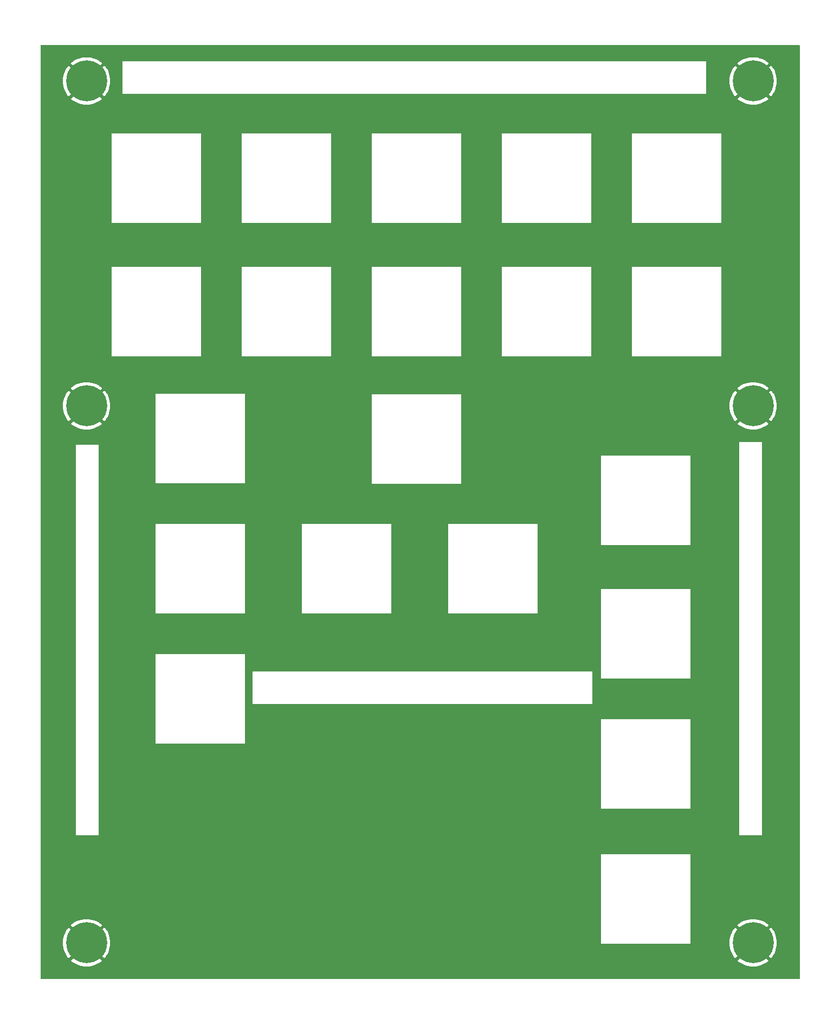
<source format=gbr>
%TF.GenerationSoftware,KiCad,Pcbnew,(7.0.0)*%
%TF.CreationDate,2023-06-10T10:58:39-03:00*%
%TF.ProjectId,panel,70616e65-6c2e-46b6-9963-61645f706362,rev?*%
%TF.SameCoordinates,Original*%
%TF.FileFunction,Copper,L1,Top*%
%TF.FilePolarity,Positive*%
%FSLAX46Y46*%
G04 Gerber Fmt 4.6, Leading zero omitted, Abs format (unit mm)*
G04 Created by KiCad (PCBNEW (7.0.0)) date 2023-06-10 10:58:39*
%MOMM*%
%LPD*%
G01*
G04 APERTURE LIST*
%TA.AperFunction,ComponentPad*%
%ADD10C,6.400000*%
%TD*%
G04 APERTURE END LIST*
D10*
%TO.P,J4,1,Pin_1*%
%TO.N,GNDREF*%
X45542200Y-165404800D03*
%TD*%
%TO.P,J3,1,Pin_1*%
%TO.N,GNDREF*%
X149682200Y-165404800D03*
%TD*%
%TO.P,J5,1,Pin_1*%
%TO.N,GNDREF*%
X45542200Y-81584800D03*
%TD*%
%TO.P,J1,1,Pin_1*%
%TO.N,GNDREF*%
X149682200Y-30865744D03*
%TD*%
%TO.P,J6,1,Pin_1*%
%TO.N,GNDREF*%
X45542200Y-30865744D03*
%TD*%
%TO.P,J2,1,Pin_1*%
%TO.N,GNDREF*%
X149682200Y-81584800D03*
%TD*%
%TA.AperFunction,Conductor*%
%TO.N,GNDREF*%
G36*
X156904756Y-25244057D02*
G01*
X156950143Y-25289444D01*
X156966756Y-25351444D01*
X156966756Y-170945000D01*
X156950143Y-171007000D01*
X156904756Y-171052387D01*
X156842756Y-171069000D01*
X38478022Y-171069000D01*
X38416016Y-171052384D01*
X38370628Y-171006988D01*
X38354022Y-170944978D01*
X38354501Y-168193406D01*
X43112505Y-168193406D01*
X43120391Y-168204669D01*
X43361884Y-168400225D01*
X43367138Y-168404042D01*
X43686933Y-168611720D01*
X43692554Y-168614966D01*
X44032316Y-168788083D01*
X44038240Y-168790720D01*
X44394244Y-168927378D01*
X44400397Y-168929377D01*
X44768737Y-169028073D01*
X44775079Y-169029421D01*
X45151708Y-169089073D01*
X45158151Y-169089750D01*
X45538956Y-169109708D01*
X45545444Y-169109708D01*
X45926248Y-169089750D01*
X45932691Y-169089073D01*
X46309320Y-169029421D01*
X46315662Y-169028073D01*
X46684002Y-168929377D01*
X46690155Y-168927378D01*
X47046159Y-168790720D01*
X47052083Y-168788083D01*
X47391845Y-168614966D01*
X47397466Y-168611720D01*
X47717261Y-168404042D01*
X47722515Y-168400225D01*
X47964006Y-168204670D01*
X47971893Y-168193406D01*
X147252505Y-168193406D01*
X147260391Y-168204669D01*
X147501884Y-168400225D01*
X147507138Y-168404042D01*
X147826933Y-168611720D01*
X147832554Y-168614966D01*
X148172316Y-168788083D01*
X148178240Y-168790720D01*
X148534244Y-168927378D01*
X148540397Y-168929377D01*
X148908737Y-169028073D01*
X148915079Y-169029421D01*
X149291708Y-169089073D01*
X149298151Y-169089750D01*
X149678956Y-169109708D01*
X149685444Y-169109708D01*
X150066248Y-169089750D01*
X150072691Y-169089073D01*
X150449320Y-169029421D01*
X150455662Y-169028073D01*
X150824002Y-168929377D01*
X150830155Y-168927378D01*
X151186159Y-168790720D01*
X151192083Y-168788083D01*
X151531845Y-168614966D01*
X151537466Y-168611720D01*
X151857261Y-168404042D01*
X151862515Y-168400225D01*
X152104006Y-168204670D01*
X152111893Y-168193406D01*
X152105227Y-168181380D01*
X149693742Y-165769895D01*
X149682200Y-165763231D01*
X149670657Y-165769895D01*
X147259171Y-168181380D01*
X147252505Y-168193406D01*
X47971893Y-168193406D01*
X47965227Y-168181380D01*
X45553742Y-165769895D01*
X45542200Y-165763231D01*
X45530657Y-165769895D01*
X43119171Y-168181380D01*
X43112505Y-168193406D01*
X38354501Y-168193406D01*
X38354986Y-165408044D01*
X41837292Y-165408044D01*
X41857249Y-165788848D01*
X41857926Y-165795291D01*
X41917578Y-166171920D01*
X41918926Y-166178262D01*
X42017622Y-166546602D01*
X42019621Y-166552755D01*
X42156279Y-166908759D01*
X42158916Y-166914683D01*
X42332033Y-167254445D01*
X42335279Y-167260066D01*
X42542957Y-167579861D01*
X42546774Y-167585115D01*
X42742329Y-167826607D01*
X42753592Y-167834493D01*
X42765618Y-167827827D01*
X45177104Y-165416342D01*
X45183768Y-165404800D01*
X45900631Y-165404800D01*
X45907295Y-165416342D01*
X48318780Y-167827827D01*
X48330806Y-167834493D01*
X48342070Y-167826606D01*
X48537625Y-167585115D01*
X48541442Y-167579861D01*
X48749120Y-167260066D01*
X48752366Y-167254445D01*
X48925483Y-166914683D01*
X48928120Y-166908759D01*
X49064778Y-166552755D01*
X49066777Y-166546602D01*
X49165473Y-166178262D01*
X49166821Y-166171920D01*
X49226473Y-165795291D01*
X49227150Y-165788848D01*
X49240622Y-165531800D01*
X125932659Y-165531800D01*
X125932700Y-165531899D01*
X125932817Y-165532183D01*
X125933200Y-165532341D01*
X125933299Y-165532300D01*
X139903101Y-165532300D01*
X139903200Y-165532341D01*
X139903583Y-165532183D01*
X139903700Y-165531899D01*
X139903741Y-165531800D01*
X139903700Y-165531701D01*
X139903700Y-165408044D01*
X145977292Y-165408044D01*
X145997249Y-165788848D01*
X145997926Y-165795291D01*
X146057578Y-166171920D01*
X146058926Y-166178262D01*
X146157622Y-166546602D01*
X146159621Y-166552755D01*
X146296279Y-166908759D01*
X146298916Y-166914683D01*
X146472033Y-167254445D01*
X146475279Y-167260066D01*
X146682957Y-167579861D01*
X146686774Y-167585115D01*
X146882329Y-167826607D01*
X146893592Y-167834493D01*
X146905618Y-167827827D01*
X149317104Y-165416342D01*
X149323768Y-165404800D01*
X150040631Y-165404800D01*
X150047295Y-165416342D01*
X152458780Y-167827827D01*
X152470806Y-167834493D01*
X152482070Y-167826606D01*
X152677625Y-167585115D01*
X152681442Y-167579861D01*
X152889120Y-167260066D01*
X152892366Y-167254445D01*
X153065483Y-166914683D01*
X153068120Y-166908759D01*
X153204778Y-166552755D01*
X153206777Y-166546602D01*
X153305473Y-166178262D01*
X153306821Y-166171920D01*
X153366473Y-165795291D01*
X153367150Y-165788848D01*
X153387108Y-165408044D01*
X153387108Y-165401556D01*
X153367150Y-165020751D01*
X153366473Y-165014308D01*
X153306821Y-164637679D01*
X153305473Y-164631337D01*
X153206777Y-164262997D01*
X153204778Y-164256844D01*
X153068120Y-163900840D01*
X153065483Y-163894916D01*
X152892366Y-163555154D01*
X152889120Y-163549533D01*
X152681442Y-163229738D01*
X152677625Y-163224484D01*
X152482069Y-162982991D01*
X152470806Y-162975105D01*
X152458780Y-162981771D01*
X150047295Y-165393257D01*
X150040631Y-165404800D01*
X149323768Y-165404800D01*
X149317104Y-165393257D01*
X146905618Y-162981771D01*
X146893593Y-162975105D01*
X146882327Y-162982994D01*
X146686778Y-163224478D01*
X146682956Y-163229739D01*
X146475279Y-163549533D01*
X146472033Y-163555154D01*
X146298916Y-163894916D01*
X146296279Y-163900840D01*
X146159621Y-164256844D01*
X146157622Y-164262997D01*
X146058926Y-164631337D01*
X146057578Y-164637679D01*
X145997926Y-165014308D01*
X145997249Y-165020751D01*
X145977292Y-165401556D01*
X145977292Y-165408044D01*
X139903700Y-165408044D01*
X139903700Y-162616193D01*
X147252505Y-162616193D01*
X147259171Y-162628218D01*
X149670657Y-165039704D01*
X149682200Y-165046368D01*
X149693742Y-165039704D01*
X152105227Y-162628218D01*
X152111893Y-162616192D01*
X152104007Y-162604929D01*
X151862515Y-162409374D01*
X151857261Y-162405557D01*
X151537466Y-162197879D01*
X151531845Y-162194633D01*
X151192083Y-162021516D01*
X151186159Y-162018879D01*
X150830155Y-161882221D01*
X150824002Y-161880222D01*
X150455662Y-161781526D01*
X150449320Y-161780178D01*
X150072691Y-161720526D01*
X150066248Y-161719849D01*
X149685444Y-161699892D01*
X149678956Y-161699892D01*
X149298151Y-161719849D01*
X149291708Y-161720526D01*
X148915079Y-161780178D01*
X148908737Y-161781526D01*
X148540397Y-161880222D01*
X148534244Y-161882221D01*
X148178240Y-162018879D01*
X148172316Y-162021516D01*
X147832554Y-162194633D01*
X147826933Y-162197879D01*
X147507139Y-162405556D01*
X147501878Y-162409378D01*
X147260394Y-162604927D01*
X147252505Y-162616193D01*
X139903700Y-162616193D01*
X139903700Y-151561899D01*
X139903741Y-151561800D01*
X139903583Y-151561417D01*
X139903299Y-151561300D01*
X139903200Y-151561259D01*
X139903101Y-151561300D01*
X125933299Y-151561300D01*
X125933200Y-151561259D01*
X125933101Y-151561300D01*
X125932817Y-151561417D01*
X125932659Y-151561800D01*
X125932700Y-151561899D01*
X125932700Y-165531701D01*
X125932659Y-165531800D01*
X49240622Y-165531800D01*
X49247108Y-165408044D01*
X49247108Y-165401556D01*
X49227150Y-165020751D01*
X49226473Y-165014308D01*
X49166821Y-164637679D01*
X49165473Y-164631337D01*
X49066777Y-164262997D01*
X49064778Y-164256844D01*
X48928120Y-163900840D01*
X48925483Y-163894916D01*
X48752366Y-163555154D01*
X48749120Y-163549533D01*
X48541442Y-163229738D01*
X48537625Y-163224484D01*
X48342069Y-162982991D01*
X48330806Y-162975105D01*
X48318780Y-162981771D01*
X45907295Y-165393257D01*
X45900631Y-165404800D01*
X45183768Y-165404800D01*
X45177104Y-165393257D01*
X42765618Y-162981771D01*
X42753593Y-162975105D01*
X42742327Y-162982994D01*
X42546778Y-163224478D01*
X42542956Y-163229739D01*
X42335279Y-163549533D01*
X42332033Y-163555154D01*
X42158916Y-163894916D01*
X42156279Y-163900840D01*
X42019621Y-164256844D01*
X42017622Y-164262997D01*
X41918926Y-164631337D01*
X41917578Y-164637679D01*
X41857926Y-165014308D01*
X41857249Y-165020751D01*
X41837292Y-165401556D01*
X41837292Y-165408044D01*
X38354986Y-165408044D01*
X38355472Y-162616193D01*
X43112505Y-162616193D01*
X43119171Y-162628218D01*
X45530657Y-165039704D01*
X45542200Y-165046368D01*
X45553742Y-165039704D01*
X47965227Y-162628218D01*
X47971893Y-162616192D01*
X47964007Y-162604929D01*
X47722515Y-162409374D01*
X47717261Y-162405557D01*
X47397466Y-162197879D01*
X47391845Y-162194633D01*
X47052083Y-162021516D01*
X47046159Y-162018879D01*
X46690155Y-161882221D01*
X46684002Y-161880222D01*
X46315662Y-161781526D01*
X46309320Y-161780178D01*
X45932691Y-161720526D01*
X45926248Y-161719849D01*
X45545444Y-161699892D01*
X45538956Y-161699892D01*
X45158151Y-161719849D01*
X45151708Y-161720526D01*
X44775079Y-161780178D01*
X44768737Y-161781526D01*
X44400397Y-161880222D01*
X44394244Y-161882221D01*
X44038240Y-162018879D01*
X44032316Y-162021516D01*
X43692554Y-162194633D01*
X43686933Y-162197879D01*
X43367139Y-162405556D01*
X43361878Y-162409378D01*
X43120394Y-162604927D01*
X43112505Y-162616193D01*
X38355472Y-162616193D01*
X38368522Y-87680800D01*
X43891200Y-87680800D01*
X43891200Y-148640800D01*
X47430874Y-148640800D01*
X47447200Y-148640800D01*
X47447200Y-144449800D01*
X125932659Y-144449800D01*
X125932700Y-144449899D01*
X125932817Y-144450183D01*
X125933200Y-144450341D01*
X125933299Y-144450300D01*
X139903101Y-144450300D01*
X139903200Y-144450341D01*
X139903583Y-144450183D01*
X139903700Y-144449899D01*
X139903741Y-144449800D01*
X139903700Y-144449701D01*
X139903700Y-130479899D01*
X139903741Y-130479800D01*
X139903583Y-130479417D01*
X139903299Y-130479300D01*
X139903200Y-130479259D01*
X139903101Y-130479300D01*
X125933299Y-130479300D01*
X125933200Y-130479259D01*
X125933101Y-130479300D01*
X125932817Y-130479417D01*
X125932659Y-130479800D01*
X125932700Y-130479899D01*
X125932700Y-144449701D01*
X125932659Y-144449800D01*
X47447200Y-144449800D01*
X47447200Y-134289800D01*
X56336659Y-134289800D01*
X56336700Y-134289899D01*
X56336817Y-134290183D01*
X56337200Y-134290341D01*
X56337299Y-134290300D01*
X70307101Y-134290300D01*
X70307200Y-134290341D01*
X70307583Y-134290183D01*
X70307700Y-134289899D01*
X70307741Y-134289800D01*
X70307700Y-134289701D01*
X70307700Y-123063000D01*
X71450200Y-123063000D01*
X71450200Y-128143000D01*
X124519874Y-128143000D01*
X124536200Y-128143000D01*
X124536200Y-124129800D01*
X125932659Y-124129800D01*
X125932700Y-124129899D01*
X125932817Y-124130183D01*
X125933200Y-124130341D01*
X125933299Y-124130300D01*
X139903101Y-124130300D01*
X139903200Y-124130341D01*
X139903583Y-124130183D01*
X139903700Y-124129899D01*
X139903741Y-124129800D01*
X139903700Y-124129701D01*
X139903700Y-110159899D01*
X139903741Y-110159800D01*
X139903583Y-110159417D01*
X139903299Y-110159300D01*
X139903200Y-110159259D01*
X139903101Y-110159300D01*
X125933299Y-110159300D01*
X125933200Y-110159259D01*
X125933101Y-110159300D01*
X125932817Y-110159417D01*
X125932659Y-110159800D01*
X125932700Y-110159899D01*
X125932700Y-124129701D01*
X125932659Y-124129800D01*
X124536200Y-124129800D01*
X124536200Y-123063000D01*
X71450200Y-123063000D01*
X70307700Y-123063000D01*
X70307700Y-120319899D01*
X70307741Y-120319800D01*
X70307583Y-120319417D01*
X70307299Y-120319300D01*
X70307200Y-120319259D01*
X70307101Y-120319300D01*
X56337299Y-120319300D01*
X56337200Y-120319259D01*
X56337101Y-120319300D01*
X56336817Y-120319417D01*
X56336659Y-120319800D01*
X56336700Y-120319899D01*
X56336700Y-134289701D01*
X56336659Y-134289800D01*
X47447200Y-134289800D01*
X47447200Y-113969800D01*
X56336659Y-113969800D01*
X56336700Y-113969899D01*
X56336817Y-113970183D01*
X56337200Y-113970341D01*
X56337299Y-113970300D01*
X70307101Y-113970300D01*
X70307200Y-113970341D01*
X70307583Y-113970183D01*
X70307700Y-113969899D01*
X70307741Y-113969800D01*
X79196659Y-113969800D01*
X79196700Y-113969899D01*
X79196817Y-113970183D01*
X79197200Y-113970341D01*
X79197299Y-113970300D01*
X93167101Y-113970300D01*
X93167200Y-113970341D01*
X93167583Y-113970183D01*
X93167700Y-113969899D01*
X93167741Y-113969800D01*
X102056659Y-113969800D01*
X102056700Y-113969899D01*
X102056817Y-113970183D01*
X102057200Y-113970341D01*
X102057299Y-113970300D01*
X116027101Y-113970300D01*
X116027200Y-113970341D01*
X116027583Y-113970183D01*
X116027700Y-113969899D01*
X116027741Y-113969800D01*
X116027700Y-113969701D01*
X116027700Y-103301800D01*
X125932659Y-103301800D01*
X125932700Y-103301899D01*
X125932817Y-103302183D01*
X125933200Y-103302341D01*
X125933299Y-103302300D01*
X139903101Y-103302300D01*
X139903200Y-103302341D01*
X139903583Y-103302183D01*
X139903700Y-103301899D01*
X139903741Y-103301800D01*
X139903700Y-103301701D01*
X139903700Y-89331899D01*
X139903741Y-89331800D01*
X139903583Y-89331417D01*
X139903299Y-89331300D01*
X139903200Y-89331259D01*
X139903101Y-89331300D01*
X125933299Y-89331300D01*
X125933200Y-89331259D01*
X125933101Y-89331300D01*
X125932817Y-89331417D01*
X125932659Y-89331800D01*
X125932700Y-89331899D01*
X125932700Y-103301701D01*
X125932659Y-103301800D01*
X116027700Y-103301800D01*
X116027700Y-99999899D01*
X116027741Y-99999800D01*
X116027583Y-99999417D01*
X116027299Y-99999300D01*
X116027200Y-99999259D01*
X116027101Y-99999300D01*
X102057299Y-99999300D01*
X102057200Y-99999259D01*
X102057101Y-99999300D01*
X102056817Y-99999417D01*
X102056659Y-99999800D01*
X102056700Y-99999899D01*
X102056700Y-113969701D01*
X102056659Y-113969800D01*
X93167741Y-113969800D01*
X93167700Y-113969701D01*
X93167700Y-99999899D01*
X93167741Y-99999800D01*
X93167583Y-99999417D01*
X93167299Y-99999300D01*
X93167200Y-99999259D01*
X93167101Y-99999300D01*
X79197299Y-99999300D01*
X79197200Y-99999259D01*
X79197101Y-99999300D01*
X79196817Y-99999417D01*
X79196659Y-99999800D01*
X79196700Y-99999899D01*
X79196700Y-113969701D01*
X79196659Y-113969800D01*
X70307741Y-113969800D01*
X70307700Y-113969701D01*
X70307700Y-99999899D01*
X70307741Y-99999800D01*
X70307583Y-99999417D01*
X70307299Y-99999300D01*
X70307200Y-99999259D01*
X70307101Y-99999300D01*
X56337299Y-99999300D01*
X56337200Y-99999259D01*
X56337101Y-99999300D01*
X56336817Y-99999417D01*
X56336659Y-99999800D01*
X56336700Y-99999899D01*
X56336700Y-113969701D01*
X56336659Y-113969800D01*
X47447200Y-113969800D01*
X47447200Y-93726000D01*
X90118659Y-93726000D01*
X90118700Y-93726099D01*
X90118817Y-93726383D01*
X90119200Y-93726541D01*
X90119299Y-93726500D01*
X104089101Y-93726500D01*
X104089200Y-93726541D01*
X104089583Y-93726383D01*
X104089700Y-93726099D01*
X104089741Y-93726000D01*
X104089700Y-93725901D01*
X104089700Y-87249000D01*
X147523200Y-87249000D01*
X147523200Y-148640800D01*
X151062874Y-148640800D01*
X151079200Y-148640800D01*
X151079200Y-87249000D01*
X147523200Y-87249000D01*
X104089700Y-87249000D01*
X104089700Y-84373406D01*
X147252505Y-84373406D01*
X147260391Y-84384669D01*
X147501884Y-84580225D01*
X147507138Y-84584042D01*
X147826933Y-84791720D01*
X147832554Y-84794966D01*
X148172316Y-84968083D01*
X148178240Y-84970720D01*
X148534244Y-85107378D01*
X148540397Y-85109377D01*
X148908737Y-85208073D01*
X148915079Y-85209421D01*
X149291708Y-85269073D01*
X149298151Y-85269750D01*
X149678956Y-85289708D01*
X149685444Y-85289708D01*
X150066248Y-85269750D01*
X150072691Y-85269073D01*
X150449320Y-85209421D01*
X150455662Y-85208073D01*
X150824002Y-85109377D01*
X150830155Y-85107378D01*
X151186159Y-84970720D01*
X151192083Y-84968083D01*
X151531845Y-84794966D01*
X151537466Y-84791720D01*
X151857261Y-84584042D01*
X151862515Y-84580225D01*
X152104006Y-84384670D01*
X152111893Y-84373406D01*
X152105227Y-84361380D01*
X149693742Y-81949895D01*
X149682200Y-81943231D01*
X149670657Y-81949895D01*
X147259171Y-84361380D01*
X147252505Y-84373406D01*
X104089700Y-84373406D01*
X104089700Y-81588044D01*
X145977292Y-81588044D01*
X145997249Y-81968848D01*
X145997926Y-81975291D01*
X146057578Y-82351920D01*
X146058926Y-82358262D01*
X146157622Y-82726602D01*
X146159621Y-82732755D01*
X146296279Y-83088759D01*
X146298916Y-83094683D01*
X146472033Y-83434445D01*
X146475279Y-83440066D01*
X146682957Y-83759861D01*
X146686774Y-83765115D01*
X146882329Y-84006607D01*
X146893592Y-84014493D01*
X146905618Y-84007827D01*
X149317104Y-81596342D01*
X149323768Y-81584800D01*
X150040631Y-81584800D01*
X150047295Y-81596342D01*
X152458780Y-84007827D01*
X152470806Y-84014493D01*
X152482070Y-84006606D01*
X152677625Y-83765115D01*
X152681442Y-83759861D01*
X152889120Y-83440066D01*
X152892366Y-83434445D01*
X153065483Y-83094683D01*
X153068120Y-83088759D01*
X153204778Y-82732755D01*
X153206777Y-82726602D01*
X153305473Y-82358262D01*
X153306821Y-82351920D01*
X153366473Y-81975291D01*
X153367150Y-81968848D01*
X153387108Y-81588044D01*
X153387108Y-81581556D01*
X153367150Y-81200751D01*
X153366473Y-81194308D01*
X153306821Y-80817679D01*
X153305473Y-80811337D01*
X153206777Y-80442997D01*
X153204778Y-80436844D01*
X153068120Y-80080840D01*
X153065483Y-80074916D01*
X152892366Y-79735154D01*
X152889120Y-79729533D01*
X152681442Y-79409738D01*
X152677625Y-79404484D01*
X152482069Y-79162991D01*
X152470806Y-79155105D01*
X152458780Y-79161771D01*
X150047295Y-81573257D01*
X150040631Y-81584800D01*
X149323768Y-81584800D01*
X149317104Y-81573257D01*
X146905618Y-79161771D01*
X146893593Y-79155105D01*
X146882327Y-79162994D01*
X146686778Y-79404478D01*
X146682956Y-79409739D01*
X146475279Y-79729533D01*
X146472033Y-79735154D01*
X146298916Y-80074916D01*
X146296279Y-80080840D01*
X146159621Y-80436844D01*
X146157622Y-80442997D01*
X146058926Y-80811337D01*
X146057578Y-80817679D01*
X145997926Y-81194308D01*
X145997249Y-81200751D01*
X145977292Y-81581556D01*
X145977292Y-81588044D01*
X104089700Y-81588044D01*
X104089700Y-79756099D01*
X104089741Y-79756000D01*
X104089583Y-79755617D01*
X104089299Y-79755500D01*
X104089200Y-79755459D01*
X104089101Y-79755500D01*
X90119299Y-79755500D01*
X90119200Y-79755459D01*
X90119101Y-79755500D01*
X90118817Y-79755617D01*
X90118659Y-79756000D01*
X90118700Y-79756099D01*
X90118700Y-93725901D01*
X90118659Y-93726000D01*
X47447200Y-93726000D01*
X47447200Y-93649800D01*
X56336659Y-93649800D01*
X56336700Y-93649899D01*
X56336817Y-93650183D01*
X56337200Y-93650341D01*
X56337299Y-93650300D01*
X70307101Y-93650300D01*
X70307200Y-93650341D01*
X70307583Y-93650183D01*
X70307700Y-93649899D01*
X70307741Y-93649800D01*
X70307700Y-93649701D01*
X70307700Y-79679899D01*
X70307741Y-79679800D01*
X70307583Y-79679417D01*
X70307299Y-79679300D01*
X70307200Y-79679259D01*
X70307101Y-79679300D01*
X56337299Y-79679300D01*
X56337200Y-79679259D01*
X56337101Y-79679300D01*
X56336817Y-79679417D01*
X56336659Y-79679800D01*
X56336700Y-79679899D01*
X56336700Y-93649701D01*
X56336659Y-93649800D01*
X47447200Y-93649800D01*
X47447200Y-87680800D01*
X43891200Y-87680800D01*
X38368522Y-87680800D01*
X38369098Y-84373406D01*
X43112505Y-84373406D01*
X43120391Y-84384669D01*
X43361884Y-84580225D01*
X43367138Y-84584042D01*
X43686933Y-84791720D01*
X43692554Y-84794966D01*
X44032316Y-84968083D01*
X44038240Y-84970720D01*
X44394244Y-85107378D01*
X44400397Y-85109377D01*
X44768737Y-85208073D01*
X44775079Y-85209421D01*
X45151708Y-85269073D01*
X45158151Y-85269750D01*
X45538956Y-85289708D01*
X45545444Y-85289708D01*
X45926248Y-85269750D01*
X45932691Y-85269073D01*
X46309320Y-85209421D01*
X46315662Y-85208073D01*
X46684002Y-85109377D01*
X46690155Y-85107378D01*
X47046159Y-84970720D01*
X47052083Y-84968083D01*
X47391845Y-84794966D01*
X47397466Y-84791720D01*
X47717261Y-84584042D01*
X47722515Y-84580225D01*
X47964006Y-84384670D01*
X47971893Y-84373406D01*
X47965227Y-84361380D01*
X45553742Y-81949895D01*
X45542200Y-81943231D01*
X45530657Y-81949895D01*
X43119171Y-84361380D01*
X43112505Y-84373406D01*
X38369098Y-84373406D01*
X38369583Y-81588044D01*
X41837292Y-81588044D01*
X41857249Y-81968848D01*
X41857926Y-81975291D01*
X41917578Y-82351920D01*
X41918926Y-82358262D01*
X42017622Y-82726602D01*
X42019621Y-82732755D01*
X42156279Y-83088759D01*
X42158916Y-83094683D01*
X42332033Y-83434445D01*
X42335279Y-83440066D01*
X42542957Y-83759861D01*
X42546774Y-83765115D01*
X42742329Y-84006607D01*
X42753592Y-84014493D01*
X42765618Y-84007827D01*
X45177104Y-81596342D01*
X45183768Y-81584800D01*
X45900631Y-81584800D01*
X45907295Y-81596342D01*
X48318780Y-84007827D01*
X48330806Y-84014493D01*
X48342070Y-84006606D01*
X48537625Y-83765115D01*
X48541442Y-83759861D01*
X48749120Y-83440066D01*
X48752366Y-83434445D01*
X48925483Y-83094683D01*
X48928120Y-83088759D01*
X49064778Y-82732755D01*
X49066777Y-82726602D01*
X49165473Y-82358262D01*
X49166821Y-82351920D01*
X49226473Y-81975291D01*
X49227150Y-81968848D01*
X49247108Y-81588044D01*
X49247108Y-81581556D01*
X49227150Y-81200751D01*
X49226473Y-81194308D01*
X49166821Y-80817679D01*
X49165473Y-80811337D01*
X49066777Y-80442997D01*
X49064778Y-80436844D01*
X48928120Y-80080840D01*
X48925483Y-80074916D01*
X48752366Y-79735154D01*
X48749120Y-79729533D01*
X48541442Y-79409738D01*
X48537625Y-79404484D01*
X48342069Y-79162991D01*
X48330806Y-79155105D01*
X48318780Y-79161771D01*
X45907295Y-81573257D01*
X45900631Y-81584800D01*
X45183768Y-81584800D01*
X45177104Y-81573257D01*
X42765618Y-79161771D01*
X42753593Y-79155105D01*
X42742327Y-79162994D01*
X42546778Y-79404478D01*
X42542956Y-79409739D01*
X42335279Y-79729533D01*
X42332033Y-79735154D01*
X42158916Y-80074916D01*
X42156279Y-80080840D01*
X42019621Y-80436844D01*
X42017622Y-80442997D01*
X41918926Y-80811337D01*
X41917578Y-80817679D01*
X41857926Y-81194308D01*
X41857249Y-81200751D01*
X41837292Y-81581556D01*
X41837292Y-81588044D01*
X38369583Y-81588044D01*
X38369902Y-79757575D01*
X38370069Y-78796193D01*
X43112505Y-78796193D01*
X43119171Y-78808218D01*
X45530657Y-81219704D01*
X45542200Y-81226368D01*
X45553742Y-81219704D01*
X47965227Y-78808218D01*
X47971892Y-78796193D01*
X147252505Y-78796193D01*
X147259171Y-78808218D01*
X149670657Y-81219704D01*
X149682200Y-81226368D01*
X149693742Y-81219704D01*
X152105227Y-78808218D01*
X152111893Y-78796192D01*
X152104007Y-78784929D01*
X151862515Y-78589374D01*
X151857261Y-78585557D01*
X151537466Y-78377879D01*
X151531845Y-78374633D01*
X151192083Y-78201516D01*
X151186159Y-78198879D01*
X150830155Y-78062221D01*
X150824002Y-78060222D01*
X150455662Y-77961526D01*
X150449320Y-77960178D01*
X150072691Y-77900526D01*
X150066248Y-77899849D01*
X149685444Y-77879892D01*
X149678956Y-77879892D01*
X149298151Y-77899849D01*
X149291708Y-77900526D01*
X148915079Y-77960178D01*
X148908737Y-77961526D01*
X148540397Y-78060222D01*
X148534244Y-78062221D01*
X148178240Y-78198879D01*
X148172316Y-78201516D01*
X147832554Y-78374633D01*
X147826933Y-78377879D01*
X147507139Y-78585556D01*
X147501878Y-78589378D01*
X147260394Y-78784927D01*
X147252505Y-78796193D01*
X47971892Y-78796193D01*
X47971893Y-78796192D01*
X47964007Y-78784929D01*
X47722515Y-78589374D01*
X47717261Y-78585557D01*
X47397466Y-78377879D01*
X47391845Y-78374633D01*
X47052083Y-78201516D01*
X47046159Y-78198879D01*
X46690155Y-78062221D01*
X46684002Y-78060222D01*
X46315662Y-77961526D01*
X46309320Y-77960178D01*
X45932691Y-77900526D01*
X45926248Y-77899849D01*
X45545444Y-77879892D01*
X45538956Y-77879892D01*
X45158151Y-77899849D01*
X45151708Y-77900526D01*
X44775079Y-77960178D01*
X44768737Y-77961526D01*
X44400397Y-78060222D01*
X44394244Y-78062221D01*
X44038240Y-78198879D01*
X44032316Y-78201516D01*
X43692554Y-78374633D01*
X43686933Y-78377879D01*
X43367139Y-78585556D01*
X43361878Y-78589378D01*
X43120394Y-78784927D01*
X43112505Y-78796193D01*
X38370069Y-78796193D01*
X38370933Y-73837800D01*
X49478659Y-73837800D01*
X49478700Y-73837899D01*
X49478817Y-73838183D01*
X49479200Y-73838341D01*
X49479299Y-73838300D01*
X63449101Y-73838300D01*
X63449200Y-73838341D01*
X63449583Y-73838183D01*
X63449700Y-73837899D01*
X63449741Y-73837800D01*
X69798659Y-73837800D01*
X69798700Y-73837899D01*
X69798817Y-73838183D01*
X69799200Y-73838341D01*
X69799299Y-73838300D01*
X83769101Y-73838300D01*
X83769200Y-73838341D01*
X83769583Y-73838183D01*
X83769700Y-73837899D01*
X83769741Y-73837800D01*
X90118659Y-73837800D01*
X90118700Y-73837899D01*
X90118817Y-73838183D01*
X90119200Y-73838341D01*
X90119299Y-73838300D01*
X104089101Y-73838300D01*
X104089200Y-73838341D01*
X104089583Y-73838183D01*
X104089700Y-73837899D01*
X104089741Y-73837800D01*
X110438659Y-73837800D01*
X110438700Y-73837899D01*
X110438817Y-73838183D01*
X110439200Y-73838341D01*
X110439299Y-73838300D01*
X124409101Y-73838300D01*
X124409200Y-73838341D01*
X124409583Y-73838183D01*
X124409700Y-73837899D01*
X124409741Y-73837800D01*
X130758659Y-73837800D01*
X130758700Y-73837899D01*
X130758817Y-73838183D01*
X130759200Y-73838341D01*
X130759299Y-73838300D01*
X144729101Y-73838300D01*
X144729200Y-73838341D01*
X144729583Y-73838183D01*
X144729700Y-73837899D01*
X144729741Y-73837800D01*
X144729700Y-73837701D01*
X144729700Y-59867899D01*
X144729741Y-59867800D01*
X144729583Y-59867417D01*
X144729299Y-59867300D01*
X144729200Y-59867259D01*
X144729101Y-59867300D01*
X130759299Y-59867300D01*
X130759200Y-59867259D01*
X130759101Y-59867300D01*
X130758817Y-59867417D01*
X130758659Y-59867800D01*
X130758700Y-59867899D01*
X130758700Y-73837701D01*
X130758659Y-73837800D01*
X124409741Y-73837800D01*
X124409700Y-73837701D01*
X124409700Y-59867899D01*
X124409741Y-59867800D01*
X124409583Y-59867417D01*
X124409299Y-59867300D01*
X124409200Y-59867259D01*
X124409101Y-59867300D01*
X110439299Y-59867300D01*
X110439200Y-59867259D01*
X110439101Y-59867300D01*
X110438817Y-59867417D01*
X110438659Y-59867800D01*
X110438700Y-59867899D01*
X110438700Y-73837701D01*
X110438659Y-73837800D01*
X104089741Y-73837800D01*
X104089700Y-73837701D01*
X104089700Y-59867899D01*
X104089741Y-59867800D01*
X104089583Y-59867417D01*
X104089299Y-59867300D01*
X104089200Y-59867259D01*
X104089101Y-59867300D01*
X90119299Y-59867300D01*
X90119200Y-59867259D01*
X90119101Y-59867300D01*
X90118817Y-59867417D01*
X90118659Y-59867800D01*
X90118700Y-59867899D01*
X90118700Y-73837701D01*
X90118659Y-73837800D01*
X83769741Y-73837800D01*
X83769700Y-73837701D01*
X83769700Y-59867899D01*
X83769741Y-59867800D01*
X83769583Y-59867417D01*
X83769299Y-59867300D01*
X83769200Y-59867259D01*
X83769101Y-59867300D01*
X69799299Y-59867300D01*
X69799200Y-59867259D01*
X69799101Y-59867300D01*
X69798817Y-59867417D01*
X69798659Y-59867800D01*
X69798700Y-59867899D01*
X69798700Y-73837701D01*
X69798659Y-73837800D01*
X63449741Y-73837800D01*
X63449700Y-73837701D01*
X63449700Y-59867899D01*
X63449741Y-59867800D01*
X63449583Y-59867417D01*
X63449299Y-59867300D01*
X63449200Y-59867259D01*
X63449101Y-59867300D01*
X49479299Y-59867300D01*
X49479200Y-59867259D01*
X49479101Y-59867300D01*
X49478817Y-59867417D01*
X49478659Y-59867800D01*
X49478700Y-59867899D01*
X49478700Y-73837701D01*
X49478659Y-73837800D01*
X38370933Y-73837800D01*
X38374560Y-53009800D01*
X49478659Y-53009800D01*
X49478757Y-53010038D01*
X49478816Y-53010182D01*
X49478817Y-53010183D01*
X49479001Y-53010258D01*
X49479199Y-53010341D01*
X49479299Y-53010300D01*
X63449101Y-53010300D01*
X63449200Y-53010341D01*
X63449583Y-53010183D01*
X63449700Y-53009899D01*
X63449741Y-53009800D01*
X69798659Y-53009800D01*
X69798700Y-53009899D01*
X69798817Y-53010183D01*
X69799200Y-53010341D01*
X69799299Y-53010300D01*
X83769101Y-53010300D01*
X83769200Y-53010341D01*
X83769583Y-53010183D01*
X83769700Y-53009899D01*
X83769741Y-53009800D01*
X90118659Y-53009800D01*
X90118700Y-53009899D01*
X90118817Y-53010183D01*
X90119200Y-53010341D01*
X90119299Y-53010300D01*
X104089101Y-53010300D01*
X104089200Y-53010341D01*
X104089583Y-53010183D01*
X104089700Y-53009899D01*
X104089741Y-53009800D01*
X110438659Y-53009800D01*
X110438700Y-53009899D01*
X110438817Y-53010183D01*
X110439200Y-53010341D01*
X110439299Y-53010300D01*
X124409101Y-53010300D01*
X124409200Y-53010341D01*
X124409583Y-53010183D01*
X124409700Y-53009899D01*
X124409741Y-53009800D01*
X130758659Y-53009800D01*
X130758700Y-53009899D01*
X130758817Y-53010183D01*
X130759200Y-53010341D01*
X130759299Y-53010300D01*
X144729101Y-53010300D01*
X144729200Y-53010341D01*
X144729583Y-53010183D01*
X144729700Y-53009899D01*
X144729741Y-53009800D01*
X144729700Y-53009701D01*
X144729700Y-39039899D01*
X144729741Y-39039800D01*
X144729583Y-39039417D01*
X144729299Y-39039300D01*
X144729200Y-39039259D01*
X144729101Y-39039300D01*
X130759299Y-39039300D01*
X130759200Y-39039259D01*
X130759101Y-39039300D01*
X130758817Y-39039417D01*
X130758659Y-39039800D01*
X130758700Y-39039899D01*
X130758700Y-53009701D01*
X130758659Y-53009800D01*
X124409741Y-53009800D01*
X124409700Y-53009701D01*
X124409700Y-39039899D01*
X124409741Y-39039800D01*
X124409583Y-39039417D01*
X124409299Y-39039300D01*
X124409200Y-39039259D01*
X124409101Y-39039300D01*
X110439299Y-39039300D01*
X110439200Y-39039259D01*
X110439101Y-39039300D01*
X110438817Y-39039417D01*
X110438659Y-39039800D01*
X110438700Y-39039899D01*
X110438700Y-53009701D01*
X110438659Y-53009800D01*
X104089741Y-53009800D01*
X104089700Y-53009701D01*
X104089700Y-39039899D01*
X104089741Y-39039800D01*
X104089583Y-39039417D01*
X104089299Y-39039300D01*
X104089200Y-39039259D01*
X104089101Y-39039300D01*
X90119299Y-39039300D01*
X90119200Y-39039259D01*
X90119101Y-39039300D01*
X90118817Y-39039417D01*
X90118659Y-39039800D01*
X90118700Y-39039899D01*
X90118700Y-53009701D01*
X90118659Y-53009800D01*
X83769741Y-53009800D01*
X83769700Y-53009701D01*
X83769700Y-39039899D01*
X83769741Y-39039800D01*
X83769583Y-39039417D01*
X83769299Y-39039300D01*
X83769200Y-39039259D01*
X83769101Y-39039300D01*
X69799299Y-39039300D01*
X69799200Y-39039259D01*
X69799101Y-39039300D01*
X69798817Y-39039417D01*
X69798659Y-39039800D01*
X69798700Y-39039899D01*
X69798700Y-53009701D01*
X69798659Y-53009800D01*
X63449741Y-53009800D01*
X63449700Y-53009701D01*
X63449700Y-39039899D01*
X63449741Y-39039800D01*
X63449583Y-39039417D01*
X63449299Y-39039300D01*
X63449200Y-39039259D01*
X63449101Y-39039300D01*
X49504700Y-39039300D01*
X49504601Y-39039259D01*
X49504218Y-39039416D01*
X49504217Y-39039416D01*
X49504217Y-39039417D01*
X49504059Y-39039800D01*
X49504099Y-39039898D01*
X49504077Y-39051697D01*
X49504076Y-39051705D01*
X49478720Y-52998195D01*
X49478720Y-52998199D01*
X49478700Y-53009699D01*
X49478659Y-53009800D01*
X38374560Y-53009800D01*
X38377931Y-33654350D01*
X43112505Y-33654350D01*
X43120391Y-33665613D01*
X43361884Y-33861169D01*
X43367138Y-33864986D01*
X43686933Y-34072664D01*
X43692554Y-34075910D01*
X44032316Y-34249027D01*
X44038240Y-34251664D01*
X44394244Y-34388322D01*
X44400397Y-34390321D01*
X44768737Y-34489017D01*
X44775079Y-34490365D01*
X45151708Y-34550017D01*
X45158151Y-34550694D01*
X45538956Y-34570652D01*
X45545444Y-34570652D01*
X45926248Y-34550694D01*
X45932691Y-34550017D01*
X46309320Y-34490365D01*
X46315662Y-34489017D01*
X46684002Y-34390321D01*
X46690155Y-34388322D01*
X47046159Y-34251664D01*
X47052083Y-34249027D01*
X47391845Y-34075910D01*
X47397466Y-34072664D01*
X47717261Y-33864986D01*
X47722515Y-33861169D01*
X47964006Y-33665614D01*
X47971893Y-33654350D01*
X147252505Y-33654350D01*
X147260391Y-33665613D01*
X147501884Y-33861169D01*
X147507138Y-33864986D01*
X147826933Y-34072664D01*
X147832554Y-34075910D01*
X148172316Y-34249027D01*
X148178240Y-34251664D01*
X148534244Y-34388322D01*
X148540397Y-34390321D01*
X148908737Y-34489017D01*
X148915079Y-34490365D01*
X149291708Y-34550017D01*
X149298151Y-34550694D01*
X149678956Y-34570652D01*
X149685444Y-34570652D01*
X150066248Y-34550694D01*
X150072691Y-34550017D01*
X150449320Y-34490365D01*
X150455662Y-34489017D01*
X150824002Y-34390321D01*
X150830155Y-34388322D01*
X151186159Y-34251664D01*
X151192083Y-34249027D01*
X151531845Y-34075910D01*
X151537466Y-34072664D01*
X151857261Y-33864986D01*
X151862515Y-33861169D01*
X152104006Y-33665614D01*
X152111893Y-33654350D01*
X152105227Y-33642324D01*
X149693742Y-31230839D01*
X149682200Y-31224175D01*
X149670657Y-31230839D01*
X147259171Y-33642324D01*
X147252505Y-33654350D01*
X47971893Y-33654350D01*
X47965227Y-33642324D01*
X45553742Y-31230839D01*
X45542199Y-31224175D01*
X45530657Y-31230839D01*
X43119171Y-33642324D01*
X43112505Y-33654350D01*
X38377931Y-33654350D01*
X38378416Y-30868988D01*
X41837292Y-30868988D01*
X41857249Y-31249792D01*
X41857926Y-31256235D01*
X41917578Y-31632864D01*
X41918926Y-31639206D01*
X42017622Y-32007546D01*
X42019621Y-32013699D01*
X42156279Y-32369703D01*
X42158916Y-32375627D01*
X42332033Y-32715389D01*
X42335279Y-32721010D01*
X42542957Y-33040805D01*
X42546774Y-33046059D01*
X42742329Y-33287551D01*
X42753592Y-33295437D01*
X42765618Y-33288771D01*
X45177104Y-30877286D01*
X45183768Y-30865744D01*
X45183767Y-30865743D01*
X45900631Y-30865743D01*
X45907295Y-30877286D01*
X48318780Y-33288771D01*
X48330806Y-33295437D01*
X48342070Y-33287550D01*
X48537625Y-33046059D01*
X48541442Y-33040805D01*
X48749120Y-32721010D01*
X48752366Y-32715389D01*
X48925483Y-32375627D01*
X48928120Y-32369703D01*
X49064778Y-32013699D01*
X49066777Y-32007546D01*
X49165473Y-31639206D01*
X49166821Y-31632864D01*
X49226473Y-31256235D01*
X49227150Y-31249792D01*
X49247108Y-30868988D01*
X49247108Y-30862500D01*
X49227150Y-30481695D01*
X49226473Y-30475252D01*
X49166821Y-30098623D01*
X49165473Y-30092281D01*
X49066777Y-29723941D01*
X49064778Y-29717788D01*
X48928120Y-29361784D01*
X48925483Y-29355860D01*
X48752366Y-29016098D01*
X48749120Y-29010477D01*
X48541442Y-28690682D01*
X48537625Y-28685428D01*
X48342069Y-28443935D01*
X48330806Y-28436049D01*
X48318780Y-28442715D01*
X45907295Y-30854201D01*
X45900631Y-30865743D01*
X45183767Y-30865743D01*
X45177104Y-30854201D01*
X42765618Y-28442715D01*
X42753593Y-28436049D01*
X42742327Y-28443938D01*
X42546778Y-28685422D01*
X42542956Y-28690683D01*
X42335279Y-29010477D01*
X42332033Y-29016098D01*
X42158916Y-29355860D01*
X42156279Y-29361784D01*
X42019621Y-29717788D01*
X42017622Y-29723941D01*
X41918926Y-30092281D01*
X41917578Y-30098623D01*
X41857926Y-30475252D01*
X41857249Y-30481695D01*
X41837292Y-30862500D01*
X41837292Y-30868988D01*
X38378416Y-30868988D01*
X38378902Y-28077137D01*
X43112505Y-28077137D01*
X43119171Y-28089162D01*
X45530657Y-30500648D01*
X45542200Y-30507312D01*
X45553742Y-30500648D01*
X47965227Y-28089162D01*
X47971893Y-28077136D01*
X47964007Y-28065873D01*
X47722515Y-27870318D01*
X47717261Y-27866501D01*
X47634877Y-27813000D01*
X51130200Y-27813000D01*
X51130200Y-32893000D01*
X142299874Y-32893000D01*
X142316200Y-32893000D01*
X142316200Y-30868988D01*
X145977292Y-30868988D01*
X145997249Y-31249792D01*
X145997926Y-31256235D01*
X146057578Y-31632864D01*
X146058926Y-31639206D01*
X146157622Y-32007546D01*
X146159621Y-32013699D01*
X146296279Y-32369703D01*
X146298916Y-32375627D01*
X146472033Y-32715389D01*
X146475279Y-32721010D01*
X146682957Y-33040805D01*
X146686774Y-33046059D01*
X146882329Y-33287551D01*
X146893592Y-33295437D01*
X146905618Y-33288771D01*
X149317104Y-30877286D01*
X149323767Y-30865744D01*
X150040631Y-30865744D01*
X150047295Y-30877286D01*
X152458780Y-33288771D01*
X152470806Y-33295437D01*
X152482070Y-33287550D01*
X152677625Y-33046059D01*
X152681442Y-33040805D01*
X152889120Y-32721010D01*
X152892366Y-32715389D01*
X153065483Y-32375627D01*
X153068120Y-32369703D01*
X153204778Y-32013699D01*
X153206777Y-32007546D01*
X153305473Y-31639206D01*
X153306821Y-31632864D01*
X153366473Y-31256235D01*
X153367150Y-31249792D01*
X153387108Y-30868988D01*
X153387108Y-30862500D01*
X153367150Y-30481695D01*
X153366473Y-30475252D01*
X153306821Y-30098623D01*
X153305473Y-30092281D01*
X153206777Y-29723941D01*
X153204778Y-29717788D01*
X153068120Y-29361784D01*
X153065483Y-29355860D01*
X152892366Y-29016098D01*
X152889120Y-29010477D01*
X152681442Y-28690682D01*
X152677625Y-28685428D01*
X152482069Y-28443935D01*
X152470806Y-28436049D01*
X152458780Y-28442715D01*
X150047295Y-30854201D01*
X150040631Y-30865744D01*
X149323767Y-30865744D01*
X149323768Y-30865743D01*
X149317104Y-30854201D01*
X146905618Y-28442715D01*
X146893593Y-28436049D01*
X146882327Y-28443938D01*
X146686778Y-28685422D01*
X146682956Y-28690683D01*
X146475279Y-29010477D01*
X146472033Y-29016098D01*
X146298916Y-29355860D01*
X146296279Y-29361784D01*
X146159621Y-29717788D01*
X146157622Y-29723941D01*
X146058926Y-30092281D01*
X146057578Y-30098623D01*
X145997926Y-30475252D01*
X145997249Y-30481695D01*
X145977292Y-30862500D01*
X145977292Y-30868988D01*
X142316200Y-30868988D01*
X142316200Y-28077137D01*
X147252505Y-28077137D01*
X147259171Y-28089162D01*
X149670657Y-30500648D01*
X149682200Y-30507312D01*
X149693742Y-30500648D01*
X152105227Y-28089162D01*
X152111893Y-28077136D01*
X152104007Y-28065873D01*
X151862515Y-27870318D01*
X151857261Y-27866501D01*
X151537466Y-27658823D01*
X151531845Y-27655577D01*
X151192083Y-27482460D01*
X151186159Y-27479823D01*
X150830155Y-27343165D01*
X150824002Y-27341166D01*
X150455662Y-27242470D01*
X150449320Y-27241122D01*
X150072691Y-27181470D01*
X150066248Y-27180793D01*
X149685444Y-27160836D01*
X149678956Y-27160836D01*
X149298151Y-27180793D01*
X149291708Y-27181470D01*
X148915079Y-27241122D01*
X148908737Y-27242470D01*
X148540397Y-27341166D01*
X148534244Y-27343165D01*
X148178240Y-27479823D01*
X148172316Y-27482460D01*
X147832554Y-27655577D01*
X147826933Y-27658823D01*
X147507139Y-27866500D01*
X147501878Y-27870322D01*
X147260394Y-28065871D01*
X147252505Y-28077137D01*
X142316200Y-28077137D01*
X142316200Y-27813000D01*
X51130200Y-27813000D01*
X47634877Y-27813000D01*
X47397466Y-27658823D01*
X47391845Y-27655577D01*
X47052083Y-27482460D01*
X47046159Y-27479823D01*
X46690155Y-27343165D01*
X46684002Y-27341166D01*
X46315662Y-27242470D01*
X46309320Y-27241122D01*
X45932691Y-27181470D01*
X45926248Y-27180793D01*
X45545444Y-27160836D01*
X45538956Y-27160836D01*
X45158151Y-27180793D01*
X45151708Y-27181470D01*
X44775079Y-27241122D01*
X44768737Y-27242470D01*
X44400397Y-27341166D01*
X44394244Y-27343165D01*
X44038240Y-27479823D01*
X44032316Y-27482460D01*
X43692554Y-27655577D01*
X43686933Y-27658823D01*
X43367139Y-27866500D01*
X43361878Y-27870322D01*
X43120394Y-28065871D01*
X43112505Y-28077137D01*
X38378902Y-28077137D01*
X38379377Y-25351420D01*
X38395997Y-25289432D01*
X38441383Y-25244053D01*
X38503377Y-25227444D01*
X156842756Y-25227444D01*
X156904756Y-25244057D01*
G37*
%TD.AperFunction*%
%TD*%
M02*

</source>
